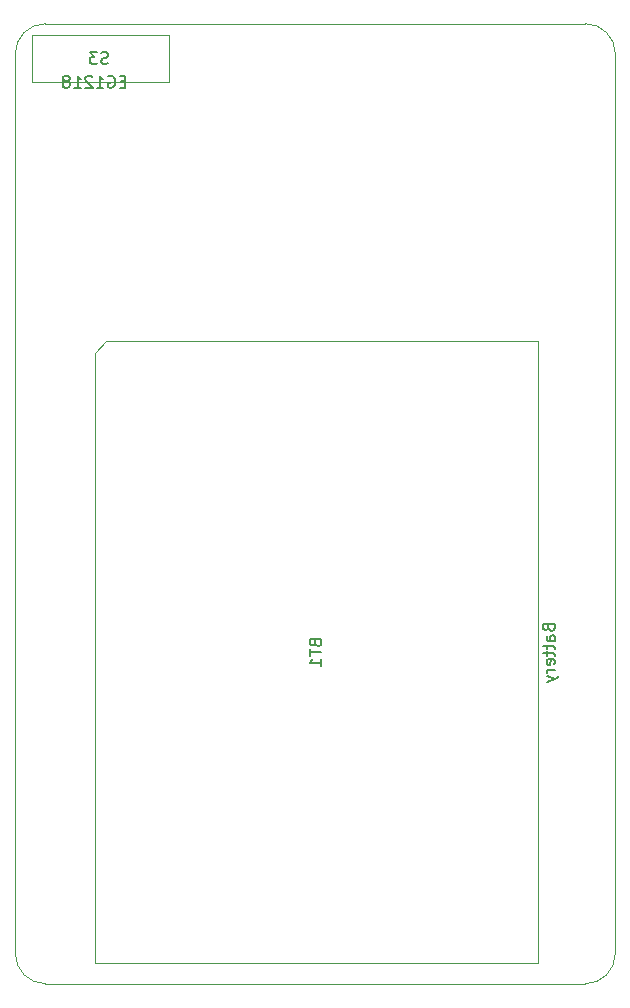
<source format=gbr>
%TF.GenerationSoftware,KiCad,Pcbnew,(6.0.0-0)*%
%TF.CreationDate,2022-02-21T11:29:55+01:00*%
%TF.ProjectId,burrboard,62757272-626f-4617-9264-2e6b69636164,v4.0*%
%TF.SameCoordinates,Original*%
%TF.FileFunction,AssemblyDrawing,Bot*%
%FSLAX46Y46*%
G04 Gerber Fmt 4.6, Leading zero omitted, Abs format (unit mm)*
G04 Created by KiCad (PCBNEW (6.0.0-0)) date 2022-02-21 11:29:55*
%MOMM*%
%LPD*%
G01*
G04 APERTURE LIST*
%TA.AperFunction,Profile*%
%ADD10C,0.050000*%
%TD*%
%ADD11C,0.150000*%
%ADD12C,0.100000*%
G04 APERTURE END LIST*
D10*
X178892200Y-64566800D02*
X178892200Y-140766800D01*
X229692200Y-64566800D02*
G75*
G03*
X227152200Y-62026800I-2540001J-1D01*
G01*
X181432200Y-143306800D02*
X227152200Y-143306800D01*
X227152200Y-62026800D02*
X181432200Y-62026800D01*
X229692200Y-140766800D02*
X229692200Y-64566800D01*
X227152200Y-143306800D02*
G75*
G03*
X229692200Y-140766800I-1J2540001D01*
G01*
X178892200Y-140766800D02*
G75*
G03*
X181432200Y-143306800I2540001J1D01*
G01*
X181432200Y-62026800D02*
G75*
G03*
X178892200Y-64566800I1J-2540001D01*
G01*
D11*
%TO.C,BT1*%
X224031771Y-113169771D02*
X224079390Y-113312628D01*
X224127009Y-113360247D01*
X224222247Y-113407866D01*
X224365104Y-113407866D01*
X224460342Y-113360247D01*
X224507961Y-113312628D01*
X224555580Y-113217390D01*
X224555580Y-112836438D01*
X223555580Y-112836438D01*
X223555580Y-113169771D01*
X223603200Y-113265009D01*
X223650819Y-113312628D01*
X223746057Y-113360247D01*
X223841295Y-113360247D01*
X223936533Y-113312628D01*
X223984152Y-113265009D01*
X224031771Y-113169771D01*
X224031771Y-112836438D01*
X224555580Y-114265009D02*
X224031771Y-114265009D01*
X223936533Y-114217390D01*
X223888914Y-114122152D01*
X223888914Y-113931676D01*
X223936533Y-113836438D01*
X224507961Y-114265009D02*
X224555580Y-114169771D01*
X224555580Y-113931676D01*
X224507961Y-113836438D01*
X224412723Y-113788819D01*
X224317485Y-113788819D01*
X224222247Y-113836438D01*
X224174628Y-113931676D01*
X224174628Y-114169771D01*
X224127009Y-114265009D01*
X223888914Y-114598342D02*
X223888914Y-114979295D01*
X223555580Y-114741200D02*
X224412723Y-114741200D01*
X224507961Y-114788819D01*
X224555580Y-114884057D01*
X224555580Y-114979295D01*
X223888914Y-115169771D02*
X223888914Y-115550723D01*
X223555580Y-115312628D02*
X224412723Y-115312628D01*
X224507961Y-115360247D01*
X224555580Y-115455485D01*
X224555580Y-115550723D01*
X224507961Y-116265009D02*
X224555580Y-116169771D01*
X224555580Y-115979295D01*
X224507961Y-115884057D01*
X224412723Y-115836438D01*
X224031771Y-115836438D01*
X223936533Y-115884057D01*
X223888914Y-115979295D01*
X223888914Y-116169771D01*
X223936533Y-116265009D01*
X224031771Y-116312628D01*
X224127009Y-116312628D01*
X224222247Y-115836438D01*
X224555580Y-116741200D02*
X223888914Y-116741200D01*
X224079390Y-116741200D02*
X223984152Y-116788819D01*
X223936533Y-116836438D01*
X223888914Y-116931676D01*
X223888914Y-117026914D01*
X223888914Y-117265009D02*
X224555580Y-117503104D01*
X223888914Y-117741200D02*
X224555580Y-117503104D01*
X224793676Y-117407866D01*
X224841295Y-117360247D01*
X224888914Y-117265009D01*
X204286771Y-114455485D02*
X204334390Y-114598342D01*
X204382009Y-114645961D01*
X204477247Y-114693580D01*
X204620104Y-114693580D01*
X204715342Y-114645961D01*
X204762961Y-114598342D01*
X204810580Y-114503104D01*
X204810580Y-114122152D01*
X203810580Y-114122152D01*
X203810580Y-114455485D01*
X203858200Y-114550723D01*
X203905819Y-114598342D01*
X204001057Y-114645961D01*
X204096295Y-114645961D01*
X204191533Y-114598342D01*
X204239152Y-114550723D01*
X204286771Y-114455485D01*
X204286771Y-114122152D01*
X203810580Y-114979295D02*
X203810580Y-115550723D01*
X204810580Y-115265009D02*
X203810580Y-115265009D01*
X204810580Y-116407866D02*
X204810580Y-115836438D01*
X204810580Y-116122152D02*
X203810580Y-116122152D01*
X203953438Y-116026914D01*
X204048676Y-115931676D01*
X204096295Y-115836438D01*
%TO.C,S3*%
X188207047Y-66918571D02*
X187873714Y-66918571D01*
X187730857Y-67442380D02*
X188207047Y-67442380D01*
X188207047Y-66442380D01*
X187730857Y-66442380D01*
X186778476Y-66490000D02*
X186873714Y-66442380D01*
X187016571Y-66442380D01*
X187159428Y-66490000D01*
X187254666Y-66585238D01*
X187302285Y-66680476D01*
X187349904Y-66870952D01*
X187349904Y-67013809D01*
X187302285Y-67204285D01*
X187254666Y-67299523D01*
X187159428Y-67394761D01*
X187016571Y-67442380D01*
X186921333Y-67442380D01*
X186778476Y-67394761D01*
X186730857Y-67347142D01*
X186730857Y-67013809D01*
X186921333Y-67013809D01*
X185778476Y-67442380D02*
X186349904Y-67442380D01*
X186064190Y-67442380D02*
X186064190Y-66442380D01*
X186159428Y-66585238D01*
X186254666Y-66680476D01*
X186349904Y-66728095D01*
X185397523Y-66537619D02*
X185349904Y-66490000D01*
X185254666Y-66442380D01*
X185016571Y-66442380D01*
X184921333Y-66490000D01*
X184873714Y-66537619D01*
X184826095Y-66632857D01*
X184826095Y-66728095D01*
X184873714Y-66870952D01*
X185445142Y-67442380D01*
X184826095Y-67442380D01*
X183873714Y-67442380D02*
X184445142Y-67442380D01*
X184159428Y-67442380D02*
X184159428Y-66442380D01*
X184254666Y-66585238D01*
X184349904Y-66680476D01*
X184445142Y-66728095D01*
X183302285Y-66870952D02*
X183397523Y-66823333D01*
X183445142Y-66775714D01*
X183492761Y-66680476D01*
X183492761Y-66632857D01*
X183445142Y-66537619D01*
X183397523Y-66490000D01*
X183302285Y-66442380D01*
X183111809Y-66442380D01*
X183016571Y-66490000D01*
X182968952Y-66537619D01*
X182921333Y-66632857D01*
X182921333Y-66680476D01*
X182968952Y-66775714D01*
X183016571Y-66823333D01*
X183111809Y-66870952D01*
X183302285Y-66870952D01*
X183397523Y-66918571D01*
X183445142Y-66966190D01*
X183492761Y-67061428D01*
X183492761Y-67251904D01*
X183445142Y-67347142D01*
X183397523Y-67394761D01*
X183302285Y-67442380D01*
X183111809Y-67442380D01*
X183016571Y-67394761D01*
X182968952Y-67347142D01*
X182921333Y-67251904D01*
X182921333Y-67061428D01*
X182968952Y-66966190D01*
X183016571Y-66918571D01*
X183111809Y-66870952D01*
X186729904Y-65394761D02*
X186587047Y-65442380D01*
X186348952Y-65442380D01*
X186253714Y-65394761D01*
X186206095Y-65347142D01*
X186158476Y-65251904D01*
X186158476Y-65156666D01*
X186206095Y-65061428D01*
X186253714Y-65013809D01*
X186348952Y-64966190D01*
X186539428Y-64918571D01*
X186634666Y-64870952D01*
X186682285Y-64823333D01*
X186729904Y-64728095D01*
X186729904Y-64632857D01*
X186682285Y-64537619D01*
X186634666Y-64490000D01*
X186539428Y-64442380D01*
X186301333Y-64442380D01*
X186158476Y-64490000D01*
X185825142Y-64442380D02*
X185206095Y-64442380D01*
X185539428Y-64823333D01*
X185396571Y-64823333D01*
X185301333Y-64870952D01*
X185253714Y-64918571D01*
X185206095Y-65013809D01*
X185206095Y-65251904D01*
X185253714Y-65347142D01*
X185301333Y-65394761D01*
X185396571Y-65442380D01*
X185682285Y-65442380D01*
X185777523Y-65394761D01*
X185825142Y-65347142D01*
D12*
%TO.C,BT1*%
X223108200Y-88926200D02*
X186608200Y-88926200D01*
X186608200Y-88926200D02*
X185608200Y-89926200D01*
X185608200Y-141556200D02*
X223108200Y-141556200D01*
X185608200Y-89926200D02*
X185608200Y-141556200D01*
X223108200Y-141556200D02*
X223108200Y-88926200D01*
%TO.C,S3*%
X191888000Y-66990000D02*
X191888000Y-62990000D01*
X191888000Y-66990000D02*
X180288000Y-66990000D01*
X191888000Y-62990000D02*
X180288000Y-62990000D01*
X180288000Y-66990000D02*
X180288000Y-62990000D01*
%TD*%
M02*

</source>
